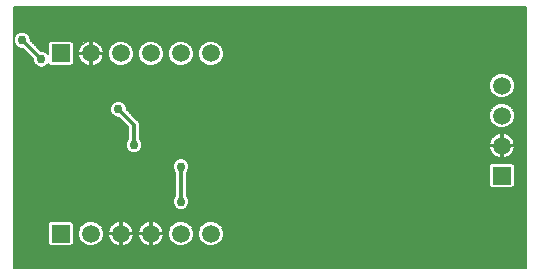
<source format=gbl>
G75*
%MOIN*%
%OFA0B0*%
%FSLAX25Y25*%
%IPPOS*%
%LPD*%
%AMOC8*
5,1,8,0,0,1.08239X$1,22.5*
%
%ADD10R,0.05937X0.05937*%
%ADD11C,0.05937*%
%ADD12C,0.02978*%
%ADD13C,0.00600*%
%ADD14C,0.01200*%
D10*
X0021457Y0016618D03*
X0021457Y0076657D03*
X0168484Y0035958D03*
D11*
X0168484Y0045958D03*
X0168484Y0055958D03*
X0168484Y0065958D03*
X0071457Y0076657D03*
X0061457Y0076657D03*
X0051457Y0076657D03*
X0041457Y0076657D03*
X0031457Y0076657D03*
X0031457Y0016618D03*
X0041457Y0016618D03*
X0051457Y0016618D03*
X0061457Y0016618D03*
X0071457Y0016618D03*
D12*
X0080040Y0016421D03*
X0061505Y0027303D03*
X0067835Y0037681D03*
X0061492Y0038914D03*
X0045813Y0046200D03*
X0040626Y0058085D03*
X0014950Y0074675D03*
X0008582Y0081081D03*
X0033190Y0082563D03*
X0098150Y0071539D03*
X0086339Y0034531D03*
D13*
X0005757Y0005300D02*
X0005757Y0092161D01*
X0176358Y0092161D01*
X0176358Y0005300D01*
X0005757Y0005300D01*
X0005757Y0005879D02*
X0176358Y0005879D01*
X0176358Y0006477D02*
X0005757Y0006477D01*
X0005757Y0007076D02*
X0176358Y0007076D01*
X0176358Y0007674D02*
X0005757Y0007674D01*
X0005757Y0008273D02*
X0176358Y0008273D01*
X0176358Y0008871D02*
X0005757Y0008871D01*
X0005757Y0009470D02*
X0176358Y0009470D01*
X0176358Y0010068D02*
X0005757Y0010068D01*
X0005757Y0010667D02*
X0176358Y0010667D01*
X0176358Y0011265D02*
X0005757Y0011265D01*
X0005757Y0011864D02*
X0176358Y0011864D01*
X0176358Y0012462D02*
X0072579Y0012462D01*
X0072307Y0012350D02*
X0073875Y0012999D01*
X0075076Y0014200D01*
X0075726Y0015769D01*
X0075726Y0017467D01*
X0075076Y0019036D01*
X0073875Y0020237D01*
X0072307Y0020887D01*
X0070608Y0020887D01*
X0069040Y0020237D01*
X0067839Y0019036D01*
X0067189Y0017467D01*
X0067189Y0015769D01*
X0067839Y0014200D01*
X0069040Y0012999D01*
X0070608Y0012350D01*
X0072307Y0012350D01*
X0073937Y0013061D02*
X0176358Y0013061D01*
X0176358Y0013659D02*
X0074535Y0013659D01*
X0075100Y0014258D02*
X0176358Y0014258D01*
X0176358Y0014856D02*
X0075348Y0014856D01*
X0075596Y0015455D02*
X0176358Y0015455D01*
X0176358Y0016053D02*
X0075726Y0016053D01*
X0075726Y0016652D02*
X0176358Y0016652D01*
X0176358Y0017250D02*
X0075726Y0017250D01*
X0075568Y0017849D02*
X0176358Y0017849D01*
X0176358Y0018447D02*
X0075320Y0018447D01*
X0075066Y0019046D02*
X0176358Y0019046D01*
X0176358Y0019644D02*
X0074468Y0019644D01*
X0073860Y0020243D02*
X0176358Y0020243D01*
X0176358Y0020841D02*
X0072415Y0020841D01*
X0070500Y0020841D02*
X0062415Y0020841D01*
X0062307Y0020887D02*
X0060608Y0020887D01*
X0059040Y0020237D01*
X0057839Y0019036D01*
X0057189Y0017467D01*
X0057189Y0015769D01*
X0057839Y0014200D01*
X0059040Y0012999D01*
X0060608Y0012350D01*
X0062307Y0012350D01*
X0063875Y0012999D01*
X0065076Y0014200D01*
X0065726Y0015769D01*
X0065726Y0017467D01*
X0065076Y0019036D01*
X0063875Y0020237D01*
X0062307Y0020887D01*
X0063860Y0020243D02*
X0069055Y0020243D01*
X0068447Y0019644D02*
X0064468Y0019644D01*
X0065066Y0019046D02*
X0067849Y0019046D01*
X0067595Y0018447D02*
X0065320Y0018447D01*
X0065568Y0017849D02*
X0067347Y0017849D01*
X0067189Y0017250D02*
X0065726Y0017250D01*
X0065726Y0016652D02*
X0067189Y0016652D01*
X0067189Y0016053D02*
X0065726Y0016053D01*
X0065596Y0015455D02*
X0067319Y0015455D01*
X0067567Y0014856D02*
X0065348Y0014856D01*
X0065100Y0014258D02*
X0067815Y0014258D01*
X0068380Y0013659D02*
X0064535Y0013659D01*
X0063937Y0013061D02*
X0068978Y0013061D01*
X0070336Y0012462D02*
X0062579Y0012462D01*
X0060336Y0012462D02*
X0052480Y0012462D01*
X0052457Y0012455D02*
X0053096Y0012662D01*
X0053695Y0012967D01*
X0054238Y0013362D01*
X0054713Y0013837D01*
X0055108Y0014381D01*
X0055413Y0014980D01*
X0055621Y0015619D01*
X0055726Y0016282D01*
X0055726Y0016318D01*
X0051758Y0016318D01*
X0051758Y0016918D01*
X0055726Y0016918D01*
X0055726Y0016954D01*
X0055621Y0017618D01*
X0055413Y0018257D01*
X0055108Y0018855D01*
X0054713Y0019399D01*
X0054238Y0019874D01*
X0053695Y0020269D01*
X0053096Y0020574D01*
X0052457Y0020781D01*
X0051793Y0020887D01*
X0051757Y0020887D01*
X0051757Y0016918D01*
X0051157Y0016918D01*
X0051157Y0016318D01*
X0047189Y0016318D01*
X0047189Y0016282D01*
X0047294Y0015619D01*
X0047502Y0014980D01*
X0047807Y0014381D01*
X0048202Y0013837D01*
X0048677Y0013362D01*
X0049220Y0012967D01*
X0049819Y0012662D01*
X0050458Y0012455D01*
X0051122Y0012350D01*
X0051157Y0012350D01*
X0051157Y0016318D01*
X0051757Y0016318D01*
X0051757Y0012350D01*
X0051793Y0012350D01*
X0052457Y0012455D01*
X0051757Y0012462D02*
X0051157Y0012462D01*
X0051157Y0013061D02*
X0051757Y0013061D01*
X0051757Y0013659D02*
X0051157Y0013659D01*
X0051157Y0014258D02*
X0051757Y0014258D01*
X0051757Y0014856D02*
X0051157Y0014856D01*
X0051157Y0015455D02*
X0051757Y0015455D01*
X0051757Y0016053D02*
X0051157Y0016053D01*
X0051157Y0016652D02*
X0041758Y0016652D01*
X0041758Y0016918D02*
X0045726Y0016918D01*
X0045726Y0016954D01*
X0045621Y0017618D01*
X0045413Y0018257D01*
X0045108Y0018855D01*
X0044713Y0019399D01*
X0044238Y0019874D01*
X0043695Y0020269D01*
X0043096Y0020574D01*
X0042457Y0020781D01*
X0041793Y0020887D01*
X0041757Y0020887D01*
X0041757Y0016918D01*
X0041157Y0016918D01*
X0041157Y0016318D01*
X0037189Y0016318D01*
X0037189Y0016282D01*
X0037294Y0015619D01*
X0037502Y0014980D01*
X0037807Y0014381D01*
X0038202Y0013837D01*
X0038677Y0013362D01*
X0039220Y0012967D01*
X0039819Y0012662D01*
X0040458Y0012455D01*
X0041122Y0012350D01*
X0041157Y0012350D01*
X0041157Y0016318D01*
X0041757Y0016318D01*
X0041757Y0012350D01*
X0041793Y0012350D01*
X0042457Y0012455D01*
X0043096Y0012662D01*
X0043695Y0012967D01*
X0044238Y0013362D01*
X0044713Y0013837D01*
X0045108Y0014381D01*
X0045413Y0014980D01*
X0045621Y0015619D01*
X0045726Y0016282D01*
X0045726Y0016318D01*
X0041758Y0016318D01*
X0041758Y0016918D01*
X0041757Y0017250D02*
X0041157Y0017250D01*
X0041157Y0016918D02*
X0041157Y0020887D01*
X0041122Y0020887D01*
X0040458Y0020781D01*
X0039819Y0020574D01*
X0039220Y0020269D01*
X0038677Y0019874D01*
X0038202Y0019399D01*
X0037807Y0018855D01*
X0037502Y0018257D01*
X0037294Y0017618D01*
X0037189Y0016954D01*
X0037189Y0016918D01*
X0041157Y0016918D01*
X0041157Y0016652D02*
X0035726Y0016652D01*
X0035726Y0017250D02*
X0037236Y0017250D01*
X0037369Y0017849D02*
X0035568Y0017849D01*
X0035726Y0017467D02*
X0035076Y0019036D01*
X0033875Y0020237D01*
X0032307Y0020887D01*
X0030608Y0020887D01*
X0029040Y0020237D01*
X0027839Y0019036D01*
X0027189Y0017467D01*
X0027189Y0015769D01*
X0027839Y0014200D01*
X0029040Y0012999D01*
X0030608Y0012350D01*
X0032307Y0012350D01*
X0033875Y0012999D01*
X0035076Y0014200D01*
X0035726Y0015769D01*
X0035726Y0017467D01*
X0035320Y0018447D02*
X0037599Y0018447D01*
X0037945Y0019046D02*
X0035066Y0019046D01*
X0034468Y0019644D02*
X0038447Y0019644D01*
X0039185Y0020243D02*
X0033860Y0020243D01*
X0032415Y0020841D02*
X0040837Y0020841D01*
X0041157Y0020841D02*
X0041757Y0020841D01*
X0042078Y0020841D02*
X0050837Y0020841D01*
X0051122Y0020887D02*
X0050458Y0020781D01*
X0049819Y0020574D01*
X0049220Y0020269D01*
X0048677Y0019874D01*
X0048202Y0019399D01*
X0047807Y0018855D01*
X0047502Y0018257D01*
X0047294Y0017618D01*
X0047189Y0016954D01*
X0047189Y0016918D01*
X0051157Y0016918D01*
X0051157Y0020887D01*
X0051122Y0020887D01*
X0051157Y0020841D02*
X0051757Y0020841D01*
X0052078Y0020841D02*
X0060500Y0020841D01*
X0059055Y0020243D02*
X0053730Y0020243D01*
X0054468Y0019644D02*
X0058447Y0019644D01*
X0057849Y0019046D02*
X0054970Y0019046D01*
X0055316Y0018447D02*
X0057595Y0018447D01*
X0057347Y0017849D02*
X0055546Y0017849D01*
X0055679Y0017250D02*
X0057189Y0017250D01*
X0057189Y0016652D02*
X0051758Y0016652D01*
X0051757Y0017250D02*
X0051157Y0017250D01*
X0051157Y0017849D02*
X0051757Y0017849D01*
X0051757Y0018447D02*
X0051157Y0018447D01*
X0051157Y0019046D02*
X0051757Y0019046D01*
X0051757Y0019644D02*
X0051157Y0019644D01*
X0051157Y0020243D02*
X0051757Y0020243D01*
X0049185Y0020243D02*
X0043730Y0020243D01*
X0044468Y0019644D02*
X0048447Y0019644D01*
X0047945Y0019046D02*
X0044970Y0019046D01*
X0045316Y0018447D02*
X0047599Y0018447D01*
X0047369Y0017849D02*
X0045546Y0017849D01*
X0045679Y0017250D02*
X0047236Y0017250D01*
X0047225Y0016053D02*
X0045690Y0016053D01*
X0045568Y0015455D02*
X0047347Y0015455D01*
X0047564Y0014856D02*
X0045350Y0014856D01*
X0045019Y0014258D02*
X0047896Y0014258D01*
X0048380Y0013659D02*
X0044535Y0013659D01*
X0043823Y0013061D02*
X0049092Y0013061D01*
X0050434Y0012462D02*
X0042480Y0012462D01*
X0041757Y0012462D02*
X0041157Y0012462D01*
X0041157Y0013061D02*
X0041757Y0013061D01*
X0041757Y0013659D02*
X0041157Y0013659D01*
X0041157Y0014258D02*
X0041757Y0014258D01*
X0041757Y0014856D02*
X0041157Y0014856D01*
X0041157Y0015455D02*
X0041757Y0015455D01*
X0041757Y0016053D02*
X0041157Y0016053D01*
X0041157Y0017849D02*
X0041757Y0017849D01*
X0041757Y0018447D02*
X0041157Y0018447D01*
X0041157Y0019046D02*
X0041757Y0019046D01*
X0041757Y0019644D02*
X0041157Y0019644D01*
X0041157Y0020243D02*
X0041757Y0020243D01*
X0037225Y0016053D02*
X0035726Y0016053D01*
X0035596Y0015455D02*
X0037347Y0015455D01*
X0037564Y0014856D02*
X0035348Y0014856D01*
X0035100Y0014258D02*
X0037896Y0014258D01*
X0038380Y0013659D02*
X0034535Y0013659D01*
X0033937Y0013061D02*
X0039092Y0013061D01*
X0040434Y0012462D02*
X0032579Y0012462D01*
X0030336Y0012462D02*
X0025077Y0012462D01*
X0024964Y0012350D02*
X0025726Y0013111D01*
X0025726Y0020125D01*
X0024964Y0020887D01*
X0017950Y0020887D01*
X0017189Y0020125D01*
X0017189Y0013111D01*
X0017950Y0012350D01*
X0024964Y0012350D01*
X0025676Y0013061D02*
X0028978Y0013061D01*
X0028380Y0013659D02*
X0025726Y0013659D01*
X0025726Y0014258D02*
X0027815Y0014258D01*
X0027567Y0014856D02*
X0025726Y0014856D01*
X0025726Y0015455D02*
X0027319Y0015455D01*
X0027189Y0016053D02*
X0025726Y0016053D01*
X0025726Y0016652D02*
X0027189Y0016652D01*
X0027189Y0017250D02*
X0025726Y0017250D01*
X0025726Y0017849D02*
X0027347Y0017849D01*
X0027595Y0018447D02*
X0025726Y0018447D01*
X0025726Y0019046D02*
X0027849Y0019046D01*
X0028447Y0019644D02*
X0025726Y0019644D01*
X0025608Y0020243D02*
X0029055Y0020243D01*
X0030500Y0020841D02*
X0025010Y0020841D01*
X0017905Y0020841D02*
X0005757Y0020841D01*
X0005757Y0020243D02*
X0017307Y0020243D01*
X0017189Y0019644D02*
X0005757Y0019644D01*
X0005757Y0019046D02*
X0017189Y0019046D01*
X0017189Y0018447D02*
X0005757Y0018447D01*
X0005757Y0017849D02*
X0017189Y0017849D01*
X0017189Y0017250D02*
X0005757Y0017250D01*
X0005757Y0016652D02*
X0017189Y0016652D01*
X0017189Y0016053D02*
X0005757Y0016053D01*
X0005757Y0015455D02*
X0017189Y0015455D01*
X0017189Y0014856D02*
X0005757Y0014856D01*
X0005757Y0014258D02*
X0017189Y0014258D01*
X0017189Y0013659D02*
X0005757Y0013659D01*
X0005757Y0013061D02*
X0017239Y0013061D01*
X0017838Y0012462D02*
X0005757Y0012462D01*
X0005757Y0021440D02*
X0176358Y0021440D01*
X0176358Y0022039D02*
X0005757Y0022039D01*
X0005757Y0022637D02*
X0176358Y0022637D01*
X0176358Y0023236D02*
X0005757Y0023236D01*
X0005757Y0023834D02*
X0176358Y0023834D01*
X0176358Y0024433D02*
X0005757Y0024433D01*
X0005757Y0025031D02*
X0059833Y0025031D01*
X0059925Y0024939D02*
X0060950Y0024514D01*
X0062060Y0024514D01*
X0063085Y0024939D01*
X0063869Y0025724D01*
X0064294Y0026749D01*
X0064294Y0027858D01*
X0063869Y0028883D01*
X0063392Y0029360D01*
X0063392Y0036870D01*
X0063857Y0037334D01*
X0064281Y0038359D01*
X0064281Y0039469D01*
X0063857Y0040494D01*
X0063072Y0041278D01*
X0062047Y0041703D01*
X0060938Y0041703D01*
X0059913Y0041278D01*
X0059128Y0040494D01*
X0058704Y0039469D01*
X0058704Y0038359D01*
X0059128Y0037334D01*
X0059592Y0036870D01*
X0059592Y0029335D01*
X0059141Y0028883D01*
X0058716Y0027858D01*
X0058716Y0026749D01*
X0059141Y0025724D01*
X0059925Y0024939D01*
X0059235Y0025630D02*
X0005757Y0025630D01*
X0005757Y0026228D02*
X0058932Y0026228D01*
X0058716Y0026827D02*
X0005757Y0026827D01*
X0005757Y0027425D02*
X0058716Y0027425D01*
X0058784Y0028024D02*
X0005757Y0028024D01*
X0005757Y0028622D02*
X0059032Y0028622D01*
X0059478Y0029221D02*
X0005757Y0029221D01*
X0005757Y0029819D02*
X0059592Y0029819D01*
X0059592Y0030418D02*
X0005757Y0030418D01*
X0005757Y0031016D02*
X0059592Y0031016D01*
X0059592Y0031615D02*
X0005757Y0031615D01*
X0005757Y0032213D02*
X0059592Y0032213D01*
X0059592Y0032812D02*
X0005757Y0032812D01*
X0005757Y0033410D02*
X0059592Y0033410D01*
X0059592Y0034009D02*
X0005757Y0034009D01*
X0005757Y0034607D02*
X0059592Y0034607D01*
X0059592Y0035206D02*
X0005757Y0035206D01*
X0005757Y0035804D02*
X0059592Y0035804D01*
X0059592Y0036403D02*
X0005757Y0036403D01*
X0005757Y0037001D02*
X0059461Y0037001D01*
X0059018Y0037600D02*
X0005757Y0037600D01*
X0005757Y0038198D02*
X0058770Y0038198D01*
X0058704Y0038797D02*
X0005757Y0038797D01*
X0005757Y0039395D02*
X0058704Y0039395D01*
X0058921Y0039994D02*
X0005757Y0039994D01*
X0005757Y0040592D02*
X0059227Y0040592D01*
X0059825Y0041191D02*
X0005757Y0041191D01*
X0005757Y0041789D02*
X0167520Y0041789D01*
X0167484Y0041795D02*
X0168148Y0041690D01*
X0168184Y0041690D01*
X0168184Y0045658D01*
X0168784Y0045658D01*
X0168784Y0041690D01*
X0168820Y0041690D01*
X0169484Y0041795D01*
X0170123Y0042003D01*
X0170721Y0042308D01*
X0171265Y0042703D01*
X0171740Y0043178D01*
X0172135Y0043721D01*
X0172440Y0044320D01*
X0172647Y0044959D01*
X0172753Y0045623D01*
X0172753Y0045658D01*
X0168784Y0045658D01*
X0168784Y0046258D01*
X0172753Y0046258D01*
X0172753Y0046294D01*
X0172647Y0046958D01*
X0172440Y0047597D01*
X0172135Y0048196D01*
X0171740Y0048739D01*
X0171265Y0049214D01*
X0170721Y0049609D01*
X0170123Y0049914D01*
X0169484Y0050122D01*
X0168820Y0050227D01*
X0168784Y0050227D01*
X0168784Y0046259D01*
X0168184Y0046259D01*
X0168184Y0050227D01*
X0168148Y0050227D01*
X0167484Y0050122D01*
X0166845Y0049914D01*
X0166247Y0049609D01*
X0165703Y0049214D01*
X0165228Y0048739D01*
X0164833Y0048196D01*
X0164528Y0047597D01*
X0164321Y0046958D01*
X0164216Y0046294D01*
X0164216Y0046258D01*
X0168184Y0046258D01*
X0168184Y0045658D01*
X0164216Y0045658D01*
X0164216Y0045623D01*
X0164321Y0044959D01*
X0164528Y0044320D01*
X0164833Y0043721D01*
X0165228Y0043178D01*
X0165703Y0042703D01*
X0166247Y0042308D01*
X0166845Y0042003D01*
X0167484Y0041795D01*
X0168184Y0041789D02*
X0168784Y0041789D01*
X0168784Y0042388D02*
X0168184Y0042388D01*
X0168184Y0042986D02*
X0168784Y0042986D01*
X0168784Y0043585D02*
X0168184Y0043585D01*
X0168184Y0044183D02*
X0168784Y0044183D01*
X0168784Y0044782D02*
X0168184Y0044782D01*
X0168184Y0045380D02*
X0168784Y0045380D01*
X0168784Y0045979D02*
X0176358Y0045979D01*
X0176358Y0046577D02*
X0172708Y0046577D01*
X0172577Y0047176D02*
X0176358Y0047176D01*
X0176358Y0047774D02*
X0172349Y0047774D01*
X0172006Y0048373D02*
X0176358Y0048373D01*
X0176358Y0048972D02*
X0171508Y0048972D01*
X0170775Y0049570D02*
X0176358Y0049570D01*
X0176358Y0050169D02*
X0169189Y0050169D01*
X0168784Y0050169D02*
X0168184Y0050169D01*
X0167779Y0050169D02*
X0047713Y0050169D01*
X0047713Y0050767D02*
X0176358Y0050767D01*
X0176358Y0051366D02*
X0047713Y0051366D01*
X0047713Y0051964D02*
X0166973Y0051964D01*
X0167635Y0051690D02*
X0169333Y0051690D01*
X0170902Y0052340D01*
X0172103Y0053541D01*
X0172753Y0055109D01*
X0172753Y0056808D01*
X0172103Y0058376D01*
X0170902Y0059577D01*
X0169333Y0060227D01*
X0167635Y0060227D01*
X0166066Y0059577D01*
X0164865Y0058376D01*
X0164216Y0056808D01*
X0164216Y0055109D01*
X0164865Y0053541D01*
X0166066Y0052340D01*
X0167635Y0051690D01*
X0165843Y0052563D02*
X0047713Y0052563D01*
X0047713Y0053161D02*
X0165245Y0053161D01*
X0164775Y0053760D02*
X0047638Y0053760D01*
X0047713Y0053685D02*
X0046600Y0054798D01*
X0043415Y0057983D01*
X0043415Y0058639D01*
X0042991Y0059664D01*
X0042206Y0060449D01*
X0041181Y0060874D01*
X0040072Y0060874D01*
X0039046Y0060449D01*
X0038262Y0059664D01*
X0037837Y0058639D01*
X0037837Y0057530D01*
X0038262Y0056505D01*
X0039046Y0055720D01*
X0040072Y0055296D01*
X0040728Y0055296D01*
X0043913Y0052111D01*
X0043913Y0048244D01*
X0043449Y0047780D01*
X0043024Y0046755D01*
X0043024Y0045645D01*
X0043449Y0044620D01*
X0044233Y0043836D01*
X0045258Y0043411D01*
X0046368Y0043411D01*
X0047393Y0043836D01*
X0048178Y0044620D01*
X0048602Y0045645D01*
X0048602Y0046755D01*
X0048178Y0047780D01*
X0047713Y0048244D01*
X0047713Y0053685D01*
X0047040Y0054358D02*
X0164527Y0054358D01*
X0164279Y0054957D02*
X0046441Y0054957D01*
X0045843Y0055555D02*
X0164216Y0055555D01*
X0164216Y0056154D02*
X0045244Y0056154D01*
X0044646Y0056752D02*
X0164216Y0056752D01*
X0164440Y0057351D02*
X0044047Y0057351D01*
X0043449Y0057949D02*
X0164688Y0057949D01*
X0165037Y0058548D02*
X0043415Y0058548D01*
X0043205Y0059146D02*
X0165635Y0059146D01*
X0166471Y0059745D02*
X0042910Y0059745D01*
X0042312Y0060343D02*
X0176358Y0060343D01*
X0176358Y0059745D02*
X0170497Y0059745D01*
X0171333Y0059146D02*
X0176358Y0059146D01*
X0176358Y0058548D02*
X0171931Y0058548D01*
X0172280Y0057949D02*
X0176358Y0057949D01*
X0176358Y0057351D02*
X0172528Y0057351D01*
X0172753Y0056752D02*
X0176358Y0056752D01*
X0176358Y0056154D02*
X0172753Y0056154D01*
X0172753Y0055555D02*
X0176358Y0055555D01*
X0176358Y0054957D02*
X0172689Y0054957D01*
X0172441Y0054358D02*
X0176358Y0054358D01*
X0176358Y0053760D02*
X0172193Y0053760D01*
X0171723Y0053161D02*
X0176358Y0053161D01*
X0176358Y0052563D02*
X0171125Y0052563D01*
X0169995Y0051964D02*
X0176358Y0051964D01*
X0168784Y0049570D02*
X0168184Y0049570D01*
X0168184Y0048972D02*
X0168784Y0048972D01*
X0168784Y0048373D02*
X0168184Y0048373D01*
X0168184Y0047774D02*
X0168784Y0047774D01*
X0168784Y0047176D02*
X0168184Y0047176D01*
X0168184Y0046577D02*
X0168784Y0046577D01*
X0168184Y0045979D02*
X0048602Y0045979D01*
X0048602Y0046577D02*
X0164260Y0046577D01*
X0164391Y0047176D02*
X0048428Y0047176D01*
X0048180Y0047774D02*
X0164619Y0047774D01*
X0164962Y0048373D02*
X0047713Y0048373D01*
X0047713Y0048972D02*
X0165460Y0048972D01*
X0166193Y0049570D02*
X0047713Y0049570D01*
X0043913Y0049570D02*
X0005757Y0049570D01*
X0005757Y0048972D02*
X0043913Y0048972D01*
X0043913Y0048373D02*
X0005757Y0048373D01*
X0005757Y0047774D02*
X0043446Y0047774D01*
X0043199Y0047176D02*
X0005757Y0047176D01*
X0005757Y0046577D02*
X0043024Y0046577D01*
X0043024Y0045979D02*
X0005757Y0045979D01*
X0005757Y0045380D02*
X0043134Y0045380D01*
X0043382Y0044782D02*
X0005757Y0044782D01*
X0005757Y0044183D02*
X0043886Y0044183D01*
X0044839Y0043585D02*
X0005757Y0043585D01*
X0005757Y0042986D02*
X0165420Y0042986D01*
X0164932Y0043585D02*
X0046787Y0043585D01*
X0047741Y0044183D02*
X0164598Y0044183D01*
X0164378Y0044782D02*
X0048244Y0044782D01*
X0048492Y0045380D02*
X0164254Y0045380D01*
X0166136Y0042388D02*
X0005757Y0042388D01*
X0005757Y0050169D02*
X0043913Y0050169D01*
X0043913Y0050767D02*
X0005757Y0050767D01*
X0005757Y0051366D02*
X0043913Y0051366D01*
X0043913Y0051964D02*
X0005757Y0051964D01*
X0005757Y0052563D02*
X0043461Y0052563D01*
X0042863Y0053161D02*
X0005757Y0053161D01*
X0005757Y0053760D02*
X0042264Y0053760D01*
X0041666Y0054358D02*
X0005757Y0054358D01*
X0005757Y0054957D02*
X0041067Y0054957D01*
X0039445Y0055555D02*
X0005757Y0055555D01*
X0005757Y0056154D02*
X0038613Y0056154D01*
X0038159Y0056752D02*
X0005757Y0056752D01*
X0005757Y0057351D02*
X0037912Y0057351D01*
X0037837Y0057949D02*
X0005757Y0057949D01*
X0005757Y0058548D02*
X0037837Y0058548D01*
X0038047Y0059146D02*
X0005757Y0059146D01*
X0005757Y0059745D02*
X0038342Y0059745D01*
X0038941Y0060343D02*
X0005757Y0060343D01*
X0005757Y0060942D02*
X0176358Y0060942D01*
X0176358Y0061540D02*
X0005757Y0061540D01*
X0005757Y0062139D02*
X0166551Y0062139D01*
X0166066Y0062340D02*
X0164865Y0063541D01*
X0164216Y0065109D01*
X0164216Y0066808D01*
X0164865Y0068376D01*
X0166066Y0069577D01*
X0167635Y0070227D01*
X0169333Y0070227D01*
X0170902Y0069577D01*
X0172103Y0068376D01*
X0172753Y0066808D01*
X0172753Y0065109D01*
X0172103Y0063541D01*
X0170902Y0062340D01*
X0169333Y0061690D01*
X0167635Y0061690D01*
X0166066Y0062340D01*
X0165669Y0062737D02*
X0005757Y0062737D01*
X0005757Y0063336D02*
X0165070Y0063336D01*
X0164702Y0063934D02*
X0005757Y0063934D01*
X0005757Y0064533D02*
X0164454Y0064533D01*
X0164216Y0065131D02*
X0005757Y0065131D01*
X0005757Y0065730D02*
X0164216Y0065730D01*
X0164216Y0066328D02*
X0005757Y0066328D01*
X0005757Y0066927D02*
X0164265Y0066927D01*
X0164513Y0067525D02*
X0005757Y0067525D01*
X0005757Y0068124D02*
X0164761Y0068124D01*
X0165211Y0068722D02*
X0005757Y0068722D01*
X0005757Y0069321D02*
X0165810Y0069321D01*
X0166892Y0069919D02*
X0005757Y0069919D01*
X0005757Y0070518D02*
X0176358Y0070518D01*
X0176358Y0071116D02*
X0005757Y0071116D01*
X0005757Y0071715D02*
X0176358Y0071715D01*
X0176358Y0072313D02*
X0016532Y0072313D01*
X0016530Y0072311D02*
X0017279Y0073060D01*
X0017950Y0072389D01*
X0024964Y0072389D01*
X0025726Y0073150D01*
X0025726Y0080164D01*
X0024964Y0080926D01*
X0017950Y0080926D01*
X0017189Y0080164D01*
X0017189Y0076380D01*
X0016530Y0077040D01*
X0015505Y0077464D01*
X0014886Y0077464D01*
X0011371Y0080979D01*
X0011371Y0081636D01*
X0010946Y0082661D01*
X0010162Y0083445D01*
X0009137Y0083870D01*
X0008027Y0083870D01*
X0007002Y0083445D01*
X0006218Y0082661D01*
X0005793Y0081636D01*
X0005793Y0080526D01*
X0006218Y0079501D01*
X0007002Y0078717D01*
X0008027Y0078292D01*
X0008684Y0078292D01*
X0012161Y0074815D01*
X0012161Y0074121D01*
X0012585Y0073096D01*
X0013370Y0072311D01*
X0014395Y0071886D01*
X0015505Y0071886D01*
X0016530Y0072311D01*
X0017130Y0072912D02*
X0017427Y0072912D01*
X0013367Y0072313D02*
X0005757Y0072313D01*
X0005757Y0072912D02*
X0012769Y0072912D01*
X0012413Y0073510D02*
X0005757Y0073510D01*
X0005757Y0074109D02*
X0012166Y0074109D01*
X0012161Y0074708D02*
X0005757Y0074708D01*
X0005757Y0075306D02*
X0011670Y0075306D01*
X0011071Y0075905D02*
X0005757Y0075905D01*
X0005757Y0076503D02*
X0010473Y0076503D01*
X0009874Y0077102D02*
X0005757Y0077102D01*
X0005757Y0077700D02*
X0009276Y0077700D01*
X0008011Y0078299D02*
X0005757Y0078299D01*
X0005757Y0078897D02*
X0006822Y0078897D01*
X0006223Y0079496D02*
X0005757Y0079496D01*
X0005757Y0080094D02*
X0005972Y0080094D01*
X0005793Y0080693D02*
X0005757Y0080693D01*
X0005757Y0081291D02*
X0005793Y0081291D01*
X0005757Y0081890D02*
X0005898Y0081890D01*
X0005757Y0082488D02*
X0006146Y0082488D01*
X0005757Y0083087D02*
X0006643Y0083087D01*
X0005757Y0083685D02*
X0007581Y0083685D01*
X0005757Y0084284D02*
X0176358Y0084284D01*
X0176358Y0084882D02*
X0005757Y0084882D01*
X0005757Y0085481D02*
X0176358Y0085481D01*
X0176358Y0086079D02*
X0005757Y0086079D01*
X0005757Y0086678D02*
X0176358Y0086678D01*
X0176358Y0087276D02*
X0005757Y0087276D01*
X0005757Y0087875D02*
X0176358Y0087875D01*
X0176358Y0088473D02*
X0005757Y0088473D01*
X0005757Y0089072D02*
X0176358Y0089072D01*
X0176358Y0089670D02*
X0005757Y0089670D01*
X0005757Y0090269D02*
X0176358Y0090269D01*
X0176358Y0090867D02*
X0005757Y0090867D01*
X0005757Y0091466D02*
X0176358Y0091466D01*
X0176358Y0092064D02*
X0005757Y0092064D01*
X0009583Y0083685D02*
X0176358Y0083685D01*
X0176358Y0083087D02*
X0010520Y0083087D01*
X0011018Y0082488D02*
X0176358Y0082488D01*
X0176358Y0081890D02*
X0011266Y0081890D01*
X0011371Y0081291D02*
X0176358Y0081291D01*
X0176358Y0080693D02*
X0072870Y0080693D01*
X0072307Y0080926D02*
X0070608Y0080926D01*
X0069040Y0080276D01*
X0067839Y0079075D01*
X0067189Y0077507D01*
X0067189Y0075808D01*
X0067839Y0074240D01*
X0069040Y0073039D01*
X0070608Y0072389D01*
X0072307Y0072389D01*
X0073875Y0073039D01*
X0075076Y0074240D01*
X0075726Y0075808D01*
X0075726Y0077507D01*
X0075076Y0079075D01*
X0073875Y0080276D01*
X0072307Y0080926D01*
X0074057Y0080094D02*
X0176358Y0080094D01*
X0176358Y0079496D02*
X0074656Y0079496D01*
X0075150Y0078897D02*
X0176358Y0078897D01*
X0176358Y0078299D02*
X0075398Y0078299D01*
X0075646Y0077700D02*
X0176358Y0077700D01*
X0176358Y0077102D02*
X0075726Y0077102D01*
X0075726Y0076503D02*
X0176358Y0076503D01*
X0176358Y0075905D02*
X0075726Y0075905D01*
X0075518Y0075306D02*
X0176358Y0075306D01*
X0176358Y0074708D02*
X0075270Y0074708D01*
X0074946Y0074109D02*
X0176358Y0074109D01*
X0176358Y0073510D02*
X0074347Y0073510D01*
X0073569Y0072912D02*
X0176358Y0072912D01*
X0176358Y0069919D02*
X0170076Y0069919D01*
X0171158Y0069321D02*
X0176358Y0069321D01*
X0176358Y0068722D02*
X0171757Y0068722D01*
X0172207Y0068124D02*
X0176358Y0068124D01*
X0176358Y0067525D02*
X0172455Y0067525D01*
X0172703Y0066927D02*
X0176358Y0066927D01*
X0176358Y0066328D02*
X0172753Y0066328D01*
X0172753Y0065730D02*
X0176358Y0065730D01*
X0176358Y0065131D02*
X0172753Y0065131D01*
X0172514Y0064533D02*
X0176358Y0064533D01*
X0176358Y0063934D02*
X0172266Y0063934D01*
X0171898Y0063336D02*
X0176358Y0063336D01*
X0176358Y0062737D02*
X0171299Y0062737D01*
X0170417Y0062139D02*
X0176358Y0062139D01*
X0176358Y0045380D02*
X0172714Y0045380D01*
X0172590Y0044782D02*
X0176358Y0044782D01*
X0176358Y0044183D02*
X0172370Y0044183D01*
X0172036Y0043585D02*
X0176358Y0043585D01*
X0176358Y0042986D02*
X0171548Y0042986D01*
X0170832Y0042388D02*
X0176358Y0042388D01*
X0176358Y0041789D02*
X0169448Y0041789D01*
X0171991Y0040227D02*
X0172753Y0039465D01*
X0172753Y0032452D01*
X0171991Y0031690D01*
X0164977Y0031690D01*
X0164216Y0032452D01*
X0164216Y0039465D01*
X0164977Y0040227D01*
X0171991Y0040227D01*
X0172224Y0039994D02*
X0176358Y0039994D01*
X0176358Y0040592D02*
X0063758Y0040592D01*
X0064064Y0039994D02*
X0164744Y0039994D01*
X0164216Y0039395D02*
X0064281Y0039395D01*
X0064281Y0038797D02*
X0164216Y0038797D01*
X0164216Y0038198D02*
X0064215Y0038198D01*
X0063967Y0037600D02*
X0164216Y0037600D01*
X0164216Y0037001D02*
X0063524Y0037001D01*
X0063392Y0036403D02*
X0164216Y0036403D01*
X0164216Y0035804D02*
X0063392Y0035804D01*
X0063392Y0035206D02*
X0164216Y0035206D01*
X0164216Y0034607D02*
X0063392Y0034607D01*
X0063392Y0034009D02*
X0164216Y0034009D01*
X0164216Y0033410D02*
X0063392Y0033410D01*
X0063392Y0032812D02*
X0164216Y0032812D01*
X0164454Y0032213D02*
X0063392Y0032213D01*
X0063392Y0031615D02*
X0176358Y0031615D01*
X0176358Y0032213D02*
X0172514Y0032213D01*
X0172753Y0032812D02*
X0176358Y0032812D01*
X0176358Y0033410D02*
X0172753Y0033410D01*
X0172753Y0034009D02*
X0176358Y0034009D01*
X0176358Y0034607D02*
X0172753Y0034607D01*
X0172753Y0035206D02*
X0176358Y0035206D01*
X0176358Y0035804D02*
X0172753Y0035804D01*
X0172753Y0036403D02*
X0176358Y0036403D01*
X0176358Y0037001D02*
X0172753Y0037001D01*
X0172753Y0037600D02*
X0176358Y0037600D01*
X0176358Y0038198D02*
X0172753Y0038198D01*
X0172753Y0038797D02*
X0176358Y0038797D01*
X0176358Y0039395D02*
X0172753Y0039395D01*
X0176358Y0041191D02*
X0063160Y0041191D01*
X0063392Y0031016D02*
X0176358Y0031016D01*
X0176358Y0030418D02*
X0063392Y0030418D01*
X0063392Y0029819D02*
X0176358Y0029819D01*
X0176358Y0029221D02*
X0063532Y0029221D01*
X0063977Y0028622D02*
X0176358Y0028622D01*
X0176358Y0028024D02*
X0064225Y0028024D01*
X0064294Y0027425D02*
X0176358Y0027425D01*
X0176358Y0026827D02*
X0064294Y0026827D01*
X0064078Y0026228D02*
X0176358Y0026228D01*
X0176358Y0025630D02*
X0063775Y0025630D01*
X0063177Y0025031D02*
X0176358Y0025031D01*
X0070045Y0080693D02*
X0062870Y0080693D01*
X0062307Y0080926D02*
X0063875Y0080276D01*
X0065076Y0079075D01*
X0065726Y0077507D01*
X0065726Y0075808D01*
X0065076Y0074240D01*
X0063875Y0073039D01*
X0062307Y0072389D01*
X0060608Y0072389D01*
X0059040Y0073039D01*
X0057839Y0074240D01*
X0057189Y0075808D01*
X0057189Y0077507D01*
X0057839Y0079075D01*
X0059040Y0080276D01*
X0060608Y0080926D01*
X0062307Y0080926D01*
X0064057Y0080094D02*
X0068858Y0080094D01*
X0068259Y0079496D02*
X0064656Y0079496D01*
X0065150Y0078897D02*
X0067765Y0078897D01*
X0067517Y0078299D02*
X0065398Y0078299D01*
X0065646Y0077700D02*
X0067269Y0077700D01*
X0067189Y0077102D02*
X0065726Y0077102D01*
X0065726Y0076503D02*
X0067189Y0076503D01*
X0067189Y0075905D02*
X0065726Y0075905D01*
X0065518Y0075306D02*
X0067397Y0075306D01*
X0067645Y0074708D02*
X0065270Y0074708D01*
X0064946Y0074109D02*
X0067969Y0074109D01*
X0068568Y0073510D02*
X0064347Y0073510D01*
X0063569Y0072912D02*
X0069346Y0072912D01*
X0059346Y0072912D02*
X0053569Y0072912D01*
X0053875Y0073039D02*
X0055076Y0074240D01*
X0055726Y0075808D01*
X0055726Y0077507D01*
X0055076Y0079075D01*
X0053875Y0080276D01*
X0052307Y0080926D01*
X0050608Y0080926D01*
X0049040Y0080276D01*
X0047839Y0079075D01*
X0047189Y0077507D01*
X0047189Y0075808D01*
X0047839Y0074240D01*
X0049040Y0073039D01*
X0050608Y0072389D01*
X0052307Y0072389D01*
X0053875Y0073039D01*
X0054347Y0073510D02*
X0058568Y0073510D01*
X0057969Y0074109D02*
X0054946Y0074109D01*
X0055270Y0074708D02*
X0057645Y0074708D01*
X0057397Y0075306D02*
X0055518Y0075306D01*
X0055726Y0075905D02*
X0057189Y0075905D01*
X0057189Y0076503D02*
X0055726Y0076503D01*
X0055726Y0077102D02*
X0057189Y0077102D01*
X0057269Y0077700D02*
X0055646Y0077700D01*
X0055398Y0078299D02*
X0057517Y0078299D01*
X0057765Y0078897D02*
X0055150Y0078897D01*
X0054656Y0079496D02*
X0058259Y0079496D01*
X0058858Y0080094D02*
X0054057Y0080094D01*
X0052870Y0080693D02*
X0060045Y0080693D01*
X0050045Y0080693D02*
X0042870Y0080693D01*
X0042307Y0080926D02*
X0040608Y0080926D01*
X0039040Y0080276D01*
X0037839Y0079075D01*
X0037189Y0077507D01*
X0037189Y0075808D01*
X0037839Y0074240D01*
X0039040Y0073039D01*
X0040608Y0072389D01*
X0042307Y0072389D01*
X0043875Y0073039D01*
X0045076Y0074240D01*
X0045726Y0075808D01*
X0045726Y0077507D01*
X0045076Y0079075D01*
X0043875Y0080276D01*
X0042307Y0080926D01*
X0044057Y0080094D02*
X0048858Y0080094D01*
X0048259Y0079496D02*
X0044656Y0079496D01*
X0045150Y0078897D02*
X0047765Y0078897D01*
X0047517Y0078299D02*
X0045398Y0078299D01*
X0045646Y0077700D02*
X0047269Y0077700D01*
X0047189Y0077102D02*
X0045726Y0077102D01*
X0045726Y0076503D02*
X0047189Y0076503D01*
X0047189Y0075905D02*
X0045726Y0075905D01*
X0045518Y0075306D02*
X0047397Y0075306D01*
X0047645Y0074708D02*
X0045270Y0074708D01*
X0044946Y0074109D02*
X0047969Y0074109D01*
X0048568Y0073510D02*
X0044347Y0073510D01*
X0043569Y0072912D02*
X0049346Y0072912D01*
X0039346Y0072912D02*
X0033509Y0072912D01*
X0033695Y0073007D02*
X0034238Y0073402D01*
X0034713Y0073877D01*
X0035108Y0074420D01*
X0035413Y0075019D01*
X0035621Y0075658D01*
X0035726Y0076322D01*
X0035726Y0076357D01*
X0031758Y0076357D01*
X0031758Y0076957D01*
X0035726Y0076957D01*
X0035726Y0076993D01*
X0035621Y0077657D01*
X0035413Y0078296D01*
X0035108Y0078895D01*
X0034713Y0079438D01*
X0034238Y0079913D01*
X0033695Y0080308D01*
X0033096Y0080613D01*
X0032457Y0080821D01*
X0031793Y0080926D01*
X0031757Y0080926D01*
X0031757Y0076958D01*
X0031157Y0076958D01*
X0031157Y0080926D01*
X0031122Y0080926D01*
X0030458Y0080821D01*
X0029819Y0080613D01*
X0029220Y0080308D01*
X0028677Y0079913D01*
X0028202Y0079438D01*
X0027807Y0078895D01*
X0027502Y0078296D01*
X0027294Y0077657D01*
X0027189Y0076993D01*
X0027189Y0076957D01*
X0031157Y0076957D01*
X0031157Y0076357D01*
X0027189Y0076357D01*
X0027189Y0076322D01*
X0027294Y0075658D01*
X0027502Y0075019D01*
X0027807Y0074420D01*
X0028202Y0073877D01*
X0028677Y0073402D01*
X0029220Y0073007D01*
X0029819Y0072702D01*
X0030458Y0072494D01*
X0031122Y0072389D01*
X0031157Y0072389D01*
X0031157Y0076357D01*
X0031757Y0076357D01*
X0031757Y0072389D01*
X0031793Y0072389D01*
X0032457Y0072494D01*
X0033096Y0072702D01*
X0033695Y0073007D01*
X0034347Y0073510D02*
X0038568Y0073510D01*
X0037969Y0074109D02*
X0034882Y0074109D01*
X0035255Y0074708D02*
X0037645Y0074708D01*
X0037397Y0075306D02*
X0035507Y0075306D01*
X0035660Y0075905D02*
X0037189Y0075905D01*
X0037189Y0076503D02*
X0031758Y0076503D01*
X0031757Y0075905D02*
X0031157Y0075905D01*
X0031157Y0076503D02*
X0025726Y0076503D01*
X0025726Y0075905D02*
X0027255Y0075905D01*
X0027408Y0075306D02*
X0025726Y0075306D01*
X0025726Y0074708D02*
X0027660Y0074708D01*
X0028033Y0074109D02*
X0025726Y0074109D01*
X0025726Y0073510D02*
X0028568Y0073510D01*
X0029406Y0072912D02*
X0025487Y0072912D01*
X0025726Y0077102D02*
X0027206Y0077102D01*
X0027308Y0077700D02*
X0025726Y0077700D01*
X0025726Y0078299D02*
X0027503Y0078299D01*
X0027809Y0078897D02*
X0025726Y0078897D01*
X0025726Y0079496D02*
X0028259Y0079496D01*
X0028926Y0080094D02*
X0025726Y0080094D01*
X0025198Y0080693D02*
X0030063Y0080693D01*
X0031157Y0080693D02*
X0031757Y0080693D01*
X0031757Y0080094D02*
X0031157Y0080094D01*
X0031157Y0079496D02*
X0031757Y0079496D01*
X0031757Y0078897D02*
X0031157Y0078897D01*
X0031157Y0078299D02*
X0031757Y0078299D01*
X0031757Y0077700D02*
X0031157Y0077700D01*
X0031157Y0077102D02*
X0031757Y0077102D01*
X0031757Y0075306D02*
X0031157Y0075306D01*
X0031157Y0074708D02*
X0031757Y0074708D01*
X0031757Y0074109D02*
X0031157Y0074109D01*
X0031157Y0073510D02*
X0031757Y0073510D01*
X0031757Y0072912D02*
X0031157Y0072912D01*
X0035709Y0077102D02*
X0037189Y0077102D01*
X0037269Y0077700D02*
X0035607Y0077700D01*
X0035412Y0078299D02*
X0037517Y0078299D01*
X0037765Y0078897D02*
X0035106Y0078897D01*
X0034656Y0079496D02*
X0038259Y0079496D01*
X0038858Y0080094D02*
X0033989Y0080094D01*
X0032852Y0080693D02*
X0040045Y0080693D01*
X0017717Y0080693D02*
X0011657Y0080693D01*
X0012256Y0080094D02*
X0017189Y0080094D01*
X0017189Y0079496D02*
X0012854Y0079496D01*
X0013453Y0078897D02*
X0017189Y0078897D01*
X0017189Y0078299D02*
X0014051Y0078299D01*
X0014650Y0077700D02*
X0017189Y0077700D01*
X0017189Y0077102D02*
X0016380Y0077102D01*
X0017066Y0076503D02*
X0017189Y0076503D01*
X0055690Y0016053D02*
X0057189Y0016053D01*
X0057319Y0015455D02*
X0055568Y0015455D01*
X0055350Y0014856D02*
X0057567Y0014856D01*
X0057815Y0014258D02*
X0055019Y0014258D01*
X0054535Y0013659D02*
X0058380Y0013659D01*
X0058978Y0013061D02*
X0053823Y0013061D01*
D14*
X0061505Y0027303D02*
X0061492Y0027316D01*
X0061492Y0038914D01*
X0045813Y0046200D02*
X0045813Y0052898D01*
X0040626Y0058085D01*
X0014950Y0074675D02*
X0014950Y0074713D01*
X0008582Y0081081D01*
X0014686Y0075083D02*
X0014950Y0074675D01*
M02*

</source>
